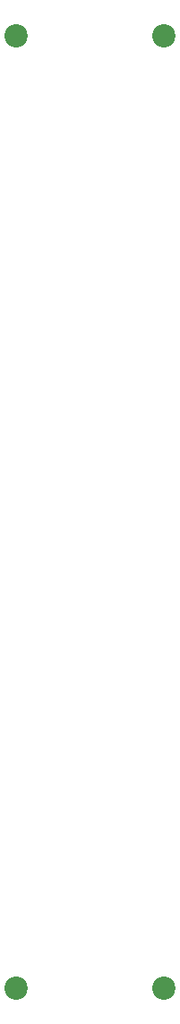
<source format=gbr>
%TF.GenerationSoftware,KiCad,Pcbnew,8.0.3-8.0.3-0~ubuntu22.04.1*%
%TF.CreationDate,2024-10-28T10:58:27+03:00*%
%TF.ProjectId,PM-LED8,504d2d4c-4544-4382-9e6b-696361645f70,rev?*%
%TF.SameCoordinates,Original*%
%TF.FileFunction,Soldermask,Bot*%
%TF.FilePolarity,Negative*%
%FSLAX46Y46*%
G04 Gerber Fmt 4.6, Leading zero omitted, Abs format (unit mm)*
G04 Created by KiCad (PCBNEW 8.0.3-8.0.3-0~ubuntu22.04.1) date 2024-10-28 10:58:27*
%MOMM*%
%LPD*%
G01*
G04 APERTURE LIST*
%ADD10C,2.200000*%
G04 APERTURE END LIST*
D10*
%TO.C,H1*%
X10000000Y45000000D03*
%TD*%
%TO.C,H4*%
X-4000000Y-45000000D03*
%TD*%
%TO.C,H2*%
X10000000Y-45000000D03*
%TD*%
%TO.C,H3*%
X-4000000Y45000000D03*
%TD*%
M02*

</source>
